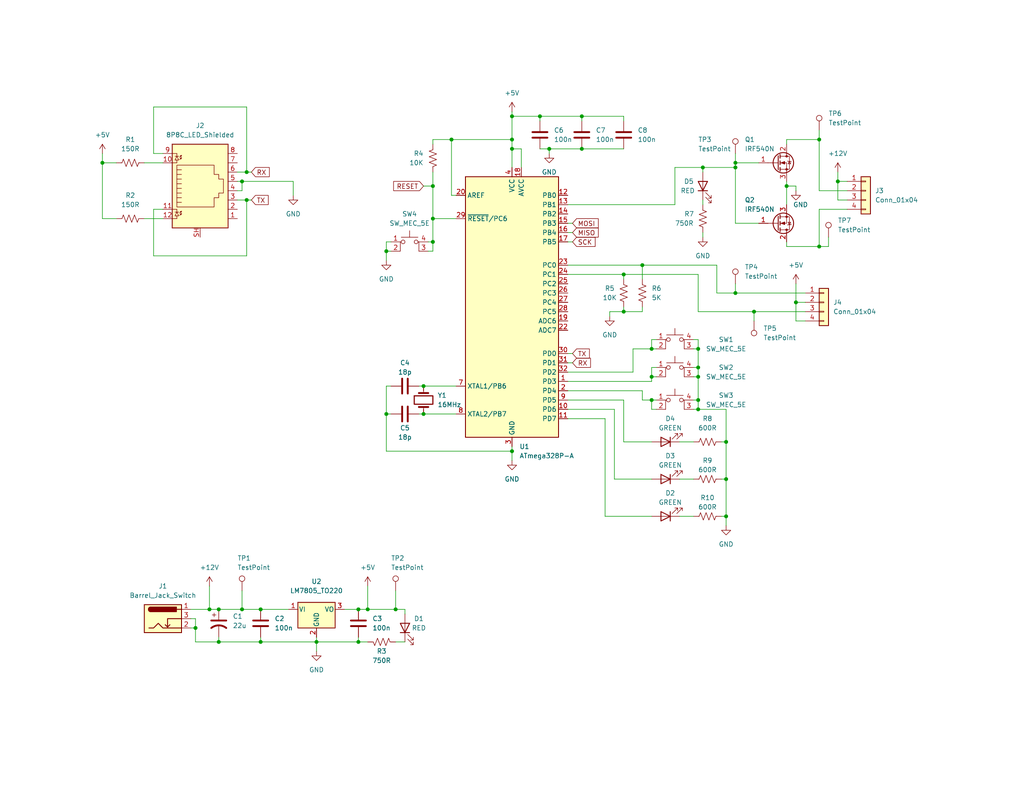
<source format=kicad_sch>
(kicad_sch (version 20211123) (generator eeschema)
  (paper "USLetter")
  (lib_symbols
    (symbol "Connector:8P8C_LED_Shielded" (pin_names (offset 1.016))
      (property "Reference" "J" (at -5.08 13.97 0))
      (property "Value" "8P8C_LED_Shielded" (at 1.27 13.97 0))
      (symbol "8P8C_LED_Shielded_0_1"
        (polyline (pts (xy -7.62 -7.62) (xy -6.35 -7.62)))
        (polyline (pts (xy -7.62 -5.08) (xy -6.35 -5.08)))
        (polyline (pts (xy -7.62 7.62) (xy -6.35 7.62)))
        (polyline (pts (xy -7.62 10.16) (xy -6.35 10.16)))
        (polyline (pts (xy -6.858 -5.842) (xy -5.842 -5.842)))
        (polyline (pts (xy -6.858 9.398) (xy -5.842 9.398)))
        (polyline (pts (xy -6.35 -7.62) (xy -6.35 -6.858)))
        (polyline (pts (xy -6.35 -5.08) (xy -6.35 -5.842)))
        (polyline (pts (xy -6.35 7.62) (xy -6.35 8.382)))
        (polyline (pts (xy -6.35 10.16) (xy -6.35 9.398)))
        (polyline (pts (xy -5.08 -6.223) (xy -5.207 -6.604)))
        (polyline (pts (xy -5.08 -5.588) (xy -5.207 -5.969)))
        (polyline (pts (xy -5.08 4.445) (xy -6.35 4.445)))
        (polyline (pts (xy -5.08 5.715) (xy -6.35 5.715)))
        (polyline (pts (xy -5.08 9.017) (xy -5.207 8.636)))
        (polyline (pts (xy -5.08 9.652) (xy -5.207 9.271)))
        (polyline (pts (xy -6.35 -3.175) (xy -5.08 -3.175) (xy -5.08 -3.175)))
        (polyline (pts (xy -6.35 -1.905) (xy -5.08 -1.905) (xy -5.08 -1.905)))
        (polyline (pts (xy -6.35 -0.635) (xy -5.08 -0.635) (xy -5.08 -0.635)))
        (polyline (pts (xy -6.35 0.635) (xy -5.08 0.635) (xy -5.08 0.635)))
        (polyline (pts (xy -6.35 1.905) (xy -5.08 1.905) (xy -5.08 1.905)))
        (polyline (pts (xy -5.588 -6.731) (xy -5.08 -6.223) (xy -5.461 -6.35)))
        (polyline (pts (xy -5.588 -6.096) (xy -5.08 -5.588) (xy -5.461 -5.715)))
        (polyline (pts (xy -5.588 8.509) (xy -5.08 9.017) (xy -5.461 8.89)))
        (polyline (pts (xy -5.588 9.144) (xy -5.08 9.652) (xy -5.461 9.525)))
        (polyline (pts (xy -5.08 3.175) (xy -6.35 3.175) (xy -6.35 3.175)))
        (polyline (pts (xy -6.35 -5.842) (xy -6.858 -6.858) (xy -5.842 -6.858) (xy -6.35 -5.842)))
        (polyline (pts (xy -6.35 9.398) (xy -6.858 8.382) (xy -5.842 8.382) (xy -6.35 9.398)))
        (polyline (pts (xy -6.35 -4.445) (xy -6.35 6.985) (xy 3.81 6.985) (xy 3.81 4.445) (xy 5.08 4.445) (xy 5.08 3.175) (xy 6.35 3.175) (xy 6.35 -0.635) (xy 5.08 -0.635) (xy 5.08 -1.905) (xy 3.81 -1.905) (xy 3.81 -4.445) (xy -6.35 -4.445) (xy -6.35 -4.445)))
        (rectangle (start 7.62 12.7) (end -7.62 -10.16) (stroke (width 0.254)) (fill (type background)))
      )
      (symbol "8P8C_LED_Shielded_1_1"
        (pin passive line (at 10.16 -7.62 180) (length 2.54) (name "~") (number "1"))
        (pin passive line (at -10.16 7.62 0) (length 2.54) (name "~") (number "10"))
        (pin passive line (at -10.16 -5.08 0) (length 2.54) (name "~") (number "11"))
        (pin passive line (at -10.16 -7.62 0) (length 2.54) (name "~") (number "12"))
        (pin passive line (at 10.16 -5.08 180) (length 2.54) (name "~") (number "2"))
        (pin passive line (at 10.16 -2.54 180) (length 2.54) (name "~") (number "3"))
        (pin passive line (at 10.16 0 180) (length 2.54) (name "~") (number "4"))
        (pin passive line (at 10.16 2.54 180) (length 2.54) (name "~") (number "5"))
        (pin passive line (at 10.16 5.08 180) (length 2.54) (name "~") (number "6"))
        (pin passive line (at 10.16 7.62 180) (length 2.54) (name "~") (number "7"))
        (pin passive line (at 10.16 10.16 180) (length 2.54) (name "~") (number "8"))
        (pin passive line (at -10.16 10.16 0) (length 2.54) (name "~") (number "9"))
        (pin passive line (at 0 -12.7 90) (length 2.54) (name "~") (number "SH"))
      )
    )
    (symbol "Connector:Barrel_Jack_Switch" (pin_names hide)
      (property "Reference" "J" (at 0 5.334 0))
      (property "Value" "Barrel_Jack_Switch" (at 0 -5.08 0))
      (symbol "Barrel_Jack_Switch_0_1"
        (rectangle (start -5.08 3.81) (end 5.08 -3.81) (stroke (width 0.254)) (fill (type background)))
        (arc (start -3.302 3.175) (mid -3.937 2.54) (end -3.302 1.905) (stroke (width 0.254)))
        (arc (start -3.302 3.175) (mid -3.937 2.54) (end -3.302 1.905) (stroke (width 0.254)) (fill (type outline)))
        (polyline (pts (xy 1.27 -2.286) (xy 1.905 -1.651)) (stroke (width 0.254)))
        (polyline (pts (xy 5.08 2.54) (xy 3.81 2.54)) (stroke (width 0.254)))
        (polyline (pts (xy 5.08 0) (xy 1.27 0) (xy 1.27 -2.286) (xy 0.635 -1.651)) (stroke (width 0.254)))
        (polyline (pts (xy -3.81 -2.54) (xy -2.54 -2.54) (xy -1.27 -1.27) (xy 0 -2.54) (xy 2.54 -2.54) (xy 5.08 -2.54)) (stroke (width 0.254)))
        (rectangle (start 3.683 3.175) (end -3.302 1.905) (stroke (width 0.254)) (fill (type outline)))
      )
      (symbol "Barrel_Jack_Switch_1_1"
        (pin passive line (at 7.62 2.54 180) (length 2.54) (name "~") (number "1"))
        (pin passive line (at 7.62 -2.54 180) (length 2.54) (name "~") (number "2"))
        (pin passive line (at 7.62 0 180) (length 2.54) (name "~") (number "3"))
      )
    )
    (symbol "Connector:TestPoint" (pin_numbers hide) (pin_names (offset 0.762) hide)
      (property "Reference" "TP" (at 0 6.858 0))
      (property "Value" "TestPoint" (at 0 5.08 0))
      (symbol "TestPoint_0_1"
        (circle (center 0 3.302) (radius 0.762))
      )
      (symbol "TestPoint_1_1"
        (pin passive line (at 0 0 90) (length 2.54) (name "1") (number "1"))
      )
    )
    (symbol "Connector_Generic:Conn_01x04" (pin_names (offset 1.016) hide)
      (property "Reference" "J" (at 0 5.08 0))
      (property "Value" "Conn_01x04" (at 0 -7.62 0))
      (symbol "Conn_01x04_1_1"
        (rectangle (start -1.27 -4.953) (end 0 -5.207) (stroke (width 0.1524)))
        (rectangle (start -1.27 -2.413) (end 0 -2.667) (stroke (width 0.1524)))
        (rectangle (start -1.27 0.127) (end 0 -0.127) (stroke (width 0.1524)))
        (rectangle (start -1.27 2.667) (end 0 2.413) (stroke (width 0.1524)))
        (rectangle (start -1.27 3.81) (end 1.27 -6.35) (stroke (width 0.254)) (fill (type background)))
        (pin passive line (at -5.08 2.54 0) (length 3.81) (name "Pin_1") (number "1"))
        (pin passive line (at -5.08 0 0) (length 3.81) (name "Pin_2") (number "2"))
        (pin passive line (at -5.08 -2.54 0) (length 3.81) (name "Pin_3") (number "3"))
        (pin passive line (at -5.08 -5.08 0) (length 3.81) (name "Pin_4") (number "4"))
      )
    )
    (symbol "Device:C" (pin_numbers hide) (pin_names (offset 0.254))
      (property "Reference" "C" (at 0.635 2.54 0))
      (property "Value" "C" (at 0.635 -2.54 0))
      (symbol "C_0_1"
        (polyline (pts (xy -2.032 -0.762) (xy 2.032 -0.762)) (stroke (width 0.508)))
        (polyline (pts (xy -2.032 0.762) (xy 2.032 0.762)) (stroke (width 0.508)))
      )
      (symbol "C_1_1"
        (pin passive line (at 0 3.81 270) (length 2.794) (name "~") (number "1"))
        (pin passive line (at 0 -3.81 90) (length 2.794) (name "~") (number "2"))
      )
    )
    (symbol "Device:C_Polarized_US" (pin_numbers hide) (pin_names (offset 0.254) hide)
      (property "Reference" "C" (at 0.635 2.54 0))
      (property "Value" "C_Polarized_US" (at 0.635 -2.54 0))
      (symbol "C_Polarized_US_0_1"
        (polyline (pts (xy -2.032 0.762) (xy 2.032 0.762)) (stroke (width 0.508)))
        (polyline (pts (xy -1.778 2.286) (xy -0.762 2.286)))
        (polyline (pts (xy -1.27 1.778) (xy -1.27 2.794)))
        (arc (start 2.032 -1.27) (mid 0 -0.5572) (end -2.032 -1.27) (stroke (width 0.508)))
      )
      (symbol "C_Polarized_US_1_1"
        (pin passive line (at 0 3.81 270) (length 2.794) (name "~") (number "1"))
        (pin passive line (at 0 -3.81 90) (length 3.302) (name "~") (number "2"))
      )
    )
    (symbol "Device:Crystal" (pin_numbers hide) (pin_names (offset 1.016) hide)
      (property "Reference" "Y" (at 0 3.81 0))
      (property "Value" "Crystal" (at 0 -3.81 0))
      (symbol "Crystal_0_1"
        (rectangle (start -1.143 2.54) (end 1.143 -2.54) (stroke (width 0.3048)))
        (polyline (pts (xy -2.54 0) (xy -1.905 0)))
        (polyline (pts (xy -1.905 -1.27) (xy -1.905 1.27)) (stroke (width 0.508)))
        (polyline (pts (xy 1.905 -1.27) (xy 1.905 1.27)) (stroke (width 0.508)))
        (polyline (pts (xy 2.54 0) (xy 1.905 0)))
      )
      (symbol "Crystal_1_1"
        (pin passive line (at -3.81 0 0) (length 1.27) (name "1") (number "1"))
        (pin passive line (at 3.81 0 180) (length 1.27) (name "2") (number "2"))
      )
    )
    (symbol "Device:LED" (pin_numbers hide) (pin_names (offset 1.016) hide)
      (property "Reference" "D" (at 0 2.54 0))
      (property "Value" "LED" (at 0 -2.54 0))
      (symbol "LED_0_1"
        (polyline (pts (xy -1.27 -1.27) (xy -1.27 1.27)) (stroke (width 0.254)))
        (polyline (pts (xy -1.27 0) (xy 1.27 0)))
        (polyline (pts (xy 1.27 -1.27) (xy 1.27 1.27) (xy -1.27 0) (xy 1.27 -1.27)) (stroke (width 0.254)))
        (polyline (pts (xy -3.048 -0.762) (xy -4.572 -2.286) (xy -3.81 -2.286) (xy -4.572 -2.286) (xy -4.572 -1.524)))
        (polyline (pts (xy -1.778 -0.762) (xy -3.302 -2.286) (xy -2.54 -2.286) (xy -3.302 -2.286) (xy -3.302 -1.524)))
      )
      (symbol "LED_1_1"
        (pin passive line (at -3.81 0 0) (length 2.54) (name "K") (number "1"))
        (pin passive line (at 3.81 0 180) (length 2.54) (name "A") (number "2"))
      )
    )
    (symbol "Device:R_US" (pin_numbers hide) (pin_names (offset 0))
      (property "Reference" "R" (at 2.54 0 90))
      (property "Value" "R_US" (at -2.54 0 90))
      (symbol "R_US_0_1"
        (polyline (pts (xy 0 -2.286) (xy 0 -2.54)))
        (polyline (pts (xy 0 2.286) (xy 0 2.54)))
        (polyline (pts (xy 0 -0.762) (xy 1.016 -1.143) (xy 0 -1.524) (xy -1.016 -1.905) (xy 0 -2.286)))
        (polyline (pts (xy 0 0.762) (xy 1.016 0.381) (xy 0 0) (xy -1.016 -0.381) (xy 0 -0.762)))
        (polyline (pts (xy 0 2.286) (xy 1.016 1.905) (xy 0 1.524) (xy -1.016 1.143) (xy 0 0.762)))
      )
      (symbol "R_US_1_1"
        (pin passive line (at 0 3.81 270) (length 1.27) (name "~") (number "1"))
        (pin passive line (at 0 -3.81 90) (length 1.27) (name "~") (number "2"))
      )
    )
    (symbol "MCU_Microchip_ATmega:ATmega328P-A"
      (property "Reference" "U1" (at 2.0194 -38.1 0))
      (property "Value" "ATmega328P-A" (at 2.0194 -40.64 0))
      (symbol "ATmega328P-A_0_1"
        (rectangle (start -12.7 -35.56) (end 12.7 35.56) (stroke (width 0.254)) (fill (type background)))
      )
      (symbol "ATmega328P-A_1_1"
        (pin bidirectional line (at 15.24 -20.32 180) (length 2.54) (name "PD3") (number "1"))
        (pin bidirectional line (at 15.24 -27.94 180) (length 2.54) (name "PD6") (number "10"))
        (pin bidirectional line (at 15.24 -30.48 180) (length 2.54) (name "PD7") (number "11"))
        (pin bidirectional line (at 15.24 30.48 180) (length 2.54) (name "PB0") (number "12"))
        (pin bidirectional line (at 15.24 27.94 180) (length 2.54) (name "PB1") (number "13"))
        (pin bidirectional line (at 15.24 25.4 180) (length 2.54) (name "PB2") (number "14"))
        (pin bidirectional line (at 15.24 22.86 180) (length 2.54) (name "PB3") (number "15"))
        (pin bidirectional line (at 15.24 20.32 180) (length 2.54) (name "PB4") (number "16"))
        (pin bidirectional line (at 15.24 17.78 180) (length 2.54) (name "PB5") (number "17"))
        (pin power_in line (at 2.54 38.1 270) (length 2.54) (name "AVCC") (number "18"))
        (pin input line (at 15.24 -3.81 180) (length 2.54) (name "ADC6") (number "19"))
        (pin bidirectional line (at 15.24 -22.86 180) (length 2.54) (name "PD4") (number "2"))
        (pin passive line (at -15.24 30.48 0) (length 2.54) (name "AREF") (number "20"))
        (pin passive line (at 0 -38.1 90) (length 2.54) hide (name "GND") (number "21"))
        (pin input line (at 15.24 -6.35 180) (length 2.54) (name "ADC7") (number "22"))
        (pin bidirectional line (at 15.24 11.43 180) (length 2.54) (name "PC0") (number "23"))
        (pin bidirectional line (at 15.24 8.89 180) (length 2.54) (name "PC1") (number "24"))
        (pin bidirectional line (at 15.24 6.35 180) (length 2.54) (name "PC2") (number "25"))
        (pin bidirectional line (at 15.24 3.81 180) (length 2.54) (name "PC3") (number "26"))
        (pin bidirectional line (at 15.24 1.27 180) (length 2.54) (name "PC4") (number "27"))
        (pin bidirectional line (at 15.24 -1.27 180) (length 2.54) (name "PC5") (number "28"))
        (pin bidirectional line (at -15.24 24.13 0) (length 2.54) (name "~{RESET}/PC6") (number "29"))
        (pin power_in line (at 0 -38.1 90) (length 2.54) (name "GND") (number "3"))
        (pin bidirectional line (at 15.24 -12.7 180) (length 2.54) (name "PD0") (number "30"))
        (pin bidirectional line (at 15.24 -15.24 180) (length 2.54) (name "PD1") (number "31"))
        (pin bidirectional line (at 15.24 -17.78 180) (length 2.54) (name "PD2") (number "32"))
        (pin power_in line (at 0 38.1 270) (length 2.54) (name "VCC") (number "4"))
        (pin passive line (at 0 -38.1 90) (length 2.54) hide (name "GND") (number "5"))
        (pin passive line (at 0 38.1 270) (length 2.54) hide (name "VCC") (number "6"))
        (pin bidirectional line (at -15.24 -21.59 0) (length 2.54) (name "XTAL1/PB6") (number "7"))
        (pin bidirectional line (at -15.24 -29.21 0) (length 2.54) (name "XTAL2/PB7") (number "8"))
        (pin bidirectional line (at 15.24 -25.4 180) (length 2.54) (name "PD5") (number "9"))
      )
    )
    (symbol "Regulator_Linear:LM7805_TO220" (pin_names (offset 0.254))
      (property "Reference" "U" (at -3.81 3.175 0))
      (property "Value" "LM7805_TO220" (at 0 3.175 0))
      (symbol "LM7805_TO220_0_1"
        (rectangle (start -5.08 1.905) (end 5.08 -5.08) (stroke (width 0.254)) (fill (type background)))
      )
      (symbol "LM7805_TO220_1_1"
        (pin power_in line (at -7.62 0 0) (length 2.54) (name "VI") (number "1"))
        (pin power_in line (at 0 -7.62 90) (length 2.54) (name "GND") (number "2"))
        (pin power_out line (at 7.62 0 180) (length 2.54) (name "VO") (number "3"))
      )
    )
    (symbol "Switch:SW_MEC_5E" (pin_names (offset 1.016) hide)
      (property "Reference" "SW" (at 0.635 5.715 0))
      (property "Value" "SW_MEC_5E" (at 0 -3.175 0))
      (symbol "SW_MEC_5E_0_1"
        (circle (center -1.778 2.54) (radius 0.508))
        (polyline (pts (xy -2.286 3.81) (xy 2.286 3.81)))
        (polyline (pts (xy 0 3.81) (xy 0 5.588)))
        (polyline (pts (xy -2.54 0) (xy -2.54 2.54) (xy -2.286 2.54)))
        (polyline (pts (xy 2.54 0) (xy 2.54 2.54) (xy 2.286 2.54)))
        (circle (center 1.778 2.54) (radius 0.508))
        (pin passive line (at -5.08 2.54 0) (length 2.54) (name "1") (number "1"))
        (pin passive line (at -5.08 0 0) (length 2.54) (name "2") (number "2"))
        (pin passive line (at 5.08 0 180) (length 2.54) (name "K") (number "3"))
        (pin passive line (at 5.08 2.54 180) (length 2.54) (name "A") (number "4"))
      )
    )
    (symbol "Transistor_FET:IRF540N" (pin_names hide)
      (property "Reference" "Q" (at 6.35 1.905 0))
      (property "Value" "IRF540N" (at 6.35 0 0))
      (symbol "IRF540N_0_1"
        (polyline (pts (xy 0.254 0) (xy -2.54 0)))
        (polyline (pts (xy 0.254 1.905) (xy 0.254 -1.905)) (stroke (width 0.254)))
        (polyline (pts (xy 0.762 -1.27) (xy 0.762 -2.286)) (stroke (width 0.254)))
        (polyline (pts (xy 0.762 0.508) (xy 0.762 -0.508)) (stroke (width 0.254)))
        (polyline (pts (xy 0.762 2.286) (xy 0.762 1.27)) (stroke (width 0.254)))
        (polyline (pts (xy 2.54 2.54) (xy 2.54 1.778)))
        (polyline (pts (xy 2.54 -2.54) (xy 2.54 0) (xy 0.762 0)))
        (polyline (pts (xy 0.762 -1.778) (xy 3.302 -1.778) (xy 3.302 1.778) (xy 0.762 1.778)))
        (polyline (pts (xy 1.016 0) (xy 2.032 0.381) (xy 2.032 -0.381) (xy 1.016 0)) (fill (type outline)))
        (polyline (pts (xy 2.794 0.508) (xy 2.921 0.381) (xy 3.683 0.381) (xy 3.81 0.254)))
        (polyline (pts (xy 3.302 0.381) (xy 2.921 -0.254) (xy 3.683 -0.254) (xy 3.302 0.381)))
        (circle (center 1.651 0) (radius 2.794) (stroke (width 0.254)))
        (circle (center 2.54 -1.778) (radius 0.254) (fill (type outline)))
        (circle (center 2.54 1.778) (radius 0.254) (fill (type outline)))
      )
      (symbol "IRF540N_1_1"
        (pin input line (at -5.08 0 0) (length 2.54) (name "G") (number "1"))
        (pin passive line (at 2.54 5.08 270) (length 2.54) (name "D") (number "2"))
        (pin passive line (at 2.54 -5.08 90) (length 2.54) (name "S") (number "3"))
      )
    )
    (symbol "power:+12V" (power) (pin_names (offset 0))
      (property "Value" "+12V" (at 0 3.556 0))
      (symbol "+12V_0_1"
        (polyline (pts (xy -0.762 1.27) (xy 0 2.54)))
        (polyline (pts (xy 0 0) (xy 0 2.54)))
        (polyline (pts (xy 0 2.54) (xy 0.762 1.27)))
      )
      (symbol "+12V_1_1"
        (pin power_in line (at 0 0 90) (length 0) hide (name "+12V") (number "1"))
      )
    )
    (symbol "power:+5V" (power) (pin_names (offset 0))
      (property "Value" "+5V" (at 0 3.556 0))
      (symbol "+5V_0_1"
        (polyline (pts (xy -0.762 1.27) (xy 0 2.54)))
        (polyline (pts (xy 0 0) (xy 0 2.54)))
        (polyline (pts (xy 0 2.54) (xy 0.762 1.27)))
      )
      (symbol "+5V_1_1"
        (pin power_in line (at 0 0 90) (length 0) hide (name "+5V") (number "1"))
      )
    )
    (symbol "power:GND" (power) (pin_names (offset 0))
      (property "Value" "GND" (at 0 -3.81 0))
      (symbol "GND_0_1"
        (polyline (pts (xy 0 0) (xy 0 -1.27) (xy 1.27 -1.27) (xy 0 -2.54) (xy -1.27 -1.27) (xy 0 -1.27)))
      )
      (symbol "GND_1_1"
        (pin power_in line (at 0 0 270) (length 0) hide (name "GND") (number "1"))
      )
    )
  )
  (junction (at 200.66 80.01))
  (junction (at 170.18 74.93))
  (junction (at 190.5 111.76))
  (junction (at 158.75 40.64))
  (junction (at 190.5 102.87))
  (junction (at 115.57 113.03))
  (junction (at 158.75 31.75))
  (junction (at 115.57 105.41))
  (junction (at 191.77 45.72))
  (junction (at 190.5 109.22))
  (junction (at 198.12 140.97))
  (junction (at 57.15 166.37))
  (junction (at 118.11 59.69))
  (junction (at 223.52 67.31))
  (junction (at 170.18 85.09))
  (junction (at 67.31 54.61))
  (junction (at 228.6 49.53))
  (junction (at 59.69 175.26))
  (junction (at 105.41 113.03))
  (junction (at 105.41 68.58))
  (junction (at 118.11 66.04))
  (junction (at 139.7 40.64))
  (junction (at 198.12 130.81))
  (junction (at 177.8 109.22))
  (junction (at 118.11 50.8))
  (junction (at 66.04 49.53))
  (junction (at 175.26 72.39))
  (junction (at 59.69 166.37))
  (junction (at 149.86 40.64))
  (junction (at 190.5 100.33))
  (junction (at 71.12 175.26))
  (junction (at 66.04 166.37))
  (junction (at 139.7 123.19))
  (junction (at 200.66 44.45))
  (junction (at 198.12 120.65))
  (junction (at 205.74 85.09))
  (junction (at 97.79 166.37))
  (junction (at 100.33 166.37))
  (junction (at 217.17 82.55))
  (junction (at 139.7 38.1))
  (junction (at 71.12 166.37))
  (junction (at 177.8 102.87))
  (junction (at 107.95 166.37))
  (junction (at 214.63 50.8))
  (junction (at 223.52 38.1))
  (junction (at 67.31 46.99))
  (junction (at 97.79 175.26))
  (junction (at 123.19 38.1))
  (junction (at 27.94 44.45))
  (junction (at 139.7 31.75))
  (junction (at 53.34 171.45))
  (junction (at 177.8 95.25))
  (junction (at 147.32 31.75))
  (junction (at 86.36 175.26))
  (junction (at 200.66 45.72))
  (junction (at 190.5 95.25))
  (wire (pts (xy 123.19 53.34) (xy 123.19 38.1)))
  (wire (pts (xy 80.01 49.53) (xy 66.04 49.53)))
  (wire (pts (xy 80.01 53.34) (xy 80.01 49.53)))
  (wire (pts (xy 118.11 68.58) (xy 118.11 66.04)))
  (wire (pts (xy 196.85 130.81) (xy 198.12 130.81)))
  (wire (pts (xy 64.77 49.53) (xy 66.04 49.53)))
  (wire (pts (xy 226.06 67.31) (xy 223.52 67.31)))
  (wire (pts (xy 198.12 120.65) (xy 198.12 130.81)))
  (wire (pts (xy 115.57 105.41) (xy 124.46 105.41)))
  (wire (pts (xy 110.49 166.37) (xy 107.95 166.37)))
  (wire (pts (xy 41.91 57.15) (xy 44.45 57.15)))
  (wire (pts (xy 118.11 59.69) (xy 118.11 50.8)))
  (wire (pts (xy 114.3 105.41) (xy 115.57 105.41)))
  (wire (pts (xy 71.12 175.26) (xy 86.36 175.26)))
  (wire (pts (xy 175.26 109.22) (xy 177.8 109.22)))
  (wire (pts (xy 66.04 166.37) (xy 71.12 166.37)))
  (wire (pts (xy 106.68 68.58) (xy 105.41 68.58)))
  (wire (pts (xy 214.63 66.04) (xy 214.63 67.31)))
  (wire (pts (xy 175.26 85.09) (xy 170.18 85.09)))
  (wire (pts (xy 118.11 50.8) (xy 118.11 46.99)))
  (wire (pts (xy 189.23 109.22) (xy 190.5 109.22)))
  (wire (pts (xy 170.18 74.93) (xy 170.18 76.2)))
  (wire (pts (xy 149.86 40.64) (xy 149.86 41.91)))
  (wire (pts (xy 154.94 106.68) (xy 175.26 106.68)))
  (wire (pts (xy 154.94 72.39) (xy 175.26 72.39)))
  (wire (pts (xy 156.21 63.5) (xy 154.94 63.5)))
  (wire (pts (xy 116.84 66.04) (xy 118.11 66.04)))
  (wire (pts (xy 179.07 111.76) (xy 177.8 111.76)))
  (wire (pts (xy 139.7 31.75) (xy 147.32 31.75)))
  (wire (pts (xy 142.24 40.64) (xy 139.7 40.64)))
  (wire (pts (xy 67.31 46.99) (xy 67.31 29.21)))
  (wire (pts (xy 100.33 166.37) (xy 97.79 166.37)))
  (wire (pts (xy 31.75 44.45) (xy 27.94 44.45)))
  (wire (pts (xy 53.34 175.26) (xy 59.69 175.26)))
  (wire (pts (xy 172.72 101.6) (xy 172.72 95.25)))
  (wire (pts (xy 158.75 40.64) (xy 170.18 40.64)))
  (wire (pts (xy 86.36 175.26) (xy 86.36 173.99)))
  (wire (pts (xy 124.46 53.34) (xy 123.19 53.34)))
  (wire (pts (xy 190.5 109.22) (xy 190.5 111.76)))
  (wire (pts (xy 116.84 68.58) (xy 118.11 68.58)))
  (wire (pts (xy 154.94 55.88) (xy 184.15 55.88)))
  (wire (pts (xy 223.52 38.1) (xy 223.52 52.07)))
  (wire (pts (xy 149.86 40.64) (xy 158.75 40.64)))
  (wire (pts (xy 198.12 111.76) (xy 198.12 120.65)))
  (wire (pts (xy 190.5 95.25) (xy 190.5 100.33)))
  (wire (pts (xy 200.66 60.96) (xy 207.01 60.96)))
  (wire (pts (xy 170.18 109.22) (xy 170.18 120.65)))
  (wire (pts (xy 68.58 54.61) (xy 67.31 54.61)))
  (wire (pts (xy 205.74 85.09) (xy 205.74 87.63)))
  (wire (pts (xy 105.41 68.58) (xy 105.41 71.12)))
  (wire (pts (xy 139.7 30.48) (xy 139.7 31.75)))
  (wire (pts (xy 147.32 31.75) (xy 147.32 33.02)))
  (wire (pts (xy 67.31 54.61) (xy 64.77 54.61)))
  (wire (pts (xy 114.3 113.03) (xy 115.57 113.03)))
  (wire (pts (xy 118.11 39.37) (xy 118.11 38.1)))
  (wire (pts (xy 107.95 175.26) (xy 110.49 175.26)))
  (wire (pts (xy 214.63 50.8) (xy 217.17 50.8)))
  (wire (pts (xy 158.75 31.75) (xy 170.18 31.75)))
  (wire (pts (xy 175.26 72.39) (xy 175.26 76.2)))
  (wire (pts (xy 228.6 54.61) (xy 231.14 54.61)))
  (wire (pts (xy 185.42 120.65) (xy 189.23 120.65)))
  (wire (pts (xy 123.19 38.1) (xy 139.7 38.1)))
  (wire (pts (xy 196.85 120.65) (xy 198.12 120.65)))
  (wire (pts (xy 154.94 109.22) (xy 170.18 109.22)))
  (wire (pts (xy 66.04 52.07) (xy 64.77 52.07)))
  (wire (pts (xy 190.5 102.87) (xy 190.5 109.22)))
  (wire (pts (xy 39.37 59.69) (xy 44.45 59.69)))
  (wire (pts (xy 200.66 80.01) (xy 219.71 80.01)))
  (wire (pts (xy 53.34 171.45) (xy 52.07 171.45)))
  (wire (pts (xy 214.63 39.37) (xy 214.63 38.1)))
  (wire (pts (xy 179.07 100.33) (xy 177.8 100.33)))
  (wire (pts (xy 105.41 66.04) (xy 105.41 68.58)))
  (wire (pts (xy 52.07 168.91) (xy 53.34 168.91)))
  (wire (pts (xy 184.15 45.72) (xy 191.77 45.72)))
  (wire (pts (xy 97.79 175.26) (xy 86.36 175.26)))
  (wire (pts (xy 139.7 121.92) (xy 139.7 123.19)))
  (wire (pts (xy 223.52 35.56) (xy 223.52 38.1)))
  (wire (pts (xy 139.7 31.75) (xy 139.7 38.1)))
  (wire (pts (xy 198.12 140.97) (xy 196.85 140.97)))
  (wire (pts (xy 223.52 52.07) (xy 231.14 52.07)))
  (wire (pts (xy 228.6 49.53) (xy 228.6 54.61)))
  (wire (pts (xy 154.94 74.93) (xy 170.18 74.93)))
  (wire (pts (xy 156.21 60.96) (xy 154.94 60.96)))
  (wire (pts (xy 200.66 45.72) (xy 200.66 60.96)))
  (wire (pts (xy 223.52 67.31) (xy 223.52 57.15)))
  (wire (pts (xy 205.74 85.09) (xy 219.71 85.09)))
  (wire (pts (xy 154.94 101.6) (xy 172.72 101.6)))
  (wire (pts (xy 228.6 49.53) (xy 231.14 49.53)))
  (wire (pts (xy 189.23 95.25) (xy 190.5 95.25)))
  (wire (pts (xy 190.5 85.09) (xy 205.74 85.09)))
  (wire (pts (xy 118.11 59.69) (xy 124.46 59.69)))
  (wire (pts (xy 86.36 175.26) (xy 86.36 177.8)))
  (wire (pts (xy 27.94 44.45) (xy 27.94 41.91)))
  (wire (pts (xy 189.23 111.76) (xy 190.5 111.76)))
  (wire (pts (xy 177.8 102.87) (xy 177.8 104.14)))
  (wire (pts (xy 68.58 46.99) (xy 67.31 46.99)))
  (wire (pts (xy 156.21 96.52) (xy 154.94 96.52)))
  (wire (pts (xy 67.31 46.99) (xy 64.77 46.99)))
  (wire (pts (xy 214.63 50.8) (xy 214.63 55.88)))
  (wire (pts (xy 110.49 167.64) (xy 110.49 166.37)))
  (wire (pts (xy 214.63 67.31) (xy 223.52 67.31)))
  (wire (pts (xy 66.04 161.29) (xy 66.04 166.37)))
  (wire (pts (xy 139.7 123.19) (xy 139.7 125.73)))
  (wire (pts (xy 165.1 114.3) (xy 165.1 140.97)))
  (wire (pts (xy 177.8 100.33) (xy 177.8 102.87)))
  (wire (pts (xy 191.77 55.88) (xy 191.77 54.61)))
  (wire (pts (xy 100.33 166.37) (xy 107.95 166.37)))
  (wire (pts (xy 118.11 38.1) (xy 123.19 38.1)))
  (wire (pts (xy 167.64 130.81) (xy 177.8 130.81)))
  (wire (pts (xy 190.5 85.09) (xy 190.5 74.93)))
  (wire (pts (xy 154.94 104.14) (xy 177.8 104.14)))
  (wire (pts (xy 57.15 160.02) (xy 57.15 166.37)))
  (wire (pts (xy 177.8 102.87) (xy 179.07 102.87)))
  (wire (pts (xy 190.5 111.76) (xy 198.12 111.76)))
  (wire (pts (xy 52.07 166.37) (xy 57.15 166.37)))
  (wire (pts (xy 175.26 83.82) (xy 175.26 85.09)))
  (wire (pts (xy 100.33 160.02) (xy 100.33 166.37)))
  (wire (pts (xy 184.15 45.72) (xy 184.15 55.88)))
  (wire (pts (xy 39.37 44.45) (xy 44.45 44.45)))
  (wire (pts (xy 195.58 80.01) (xy 200.66 80.01)))
  (wire (pts (xy 67.31 69.85) (xy 41.91 69.85)))
  (wire (pts (xy 158.75 31.75) (xy 158.75 33.02)))
  (wire (pts (xy 226.06 64.77) (xy 226.06 67.31)))
  (wire (pts (xy 191.77 63.5) (xy 191.77 64.77)))
  (wire (pts (xy 189.23 102.87) (xy 190.5 102.87)))
  (wire (pts (xy 217.17 87.63) (xy 217.17 82.55)))
  (wire (pts (xy 97.79 175.26) (xy 100.33 175.26)))
  (wire (pts (xy 185.42 130.81) (xy 189.23 130.81)))
  (wire (pts (xy 147.32 31.75) (xy 158.75 31.75)))
  (wire (pts (xy 31.75 59.69) (xy 27.94 59.69)))
  (wire (pts (xy 214.63 38.1) (xy 223.52 38.1)))
  (wire (pts (xy 105.41 105.41) (xy 105.41 113.03)))
  (wire (pts (xy 198.12 130.81) (xy 198.12 140.97)))
  (wire (pts (xy 147.32 40.64) (xy 149.86 40.64)))
  (wire (pts (xy 165.1 140.97) (xy 177.8 140.97)))
  (wire (pts (xy 198.12 143.51) (xy 198.12 140.97)))
  (wire (pts (xy 200.66 45.72) (xy 200.66 44.45)))
  (wire (pts (xy 142.24 45.72) (xy 142.24 40.64)))
  (wire (pts (xy 27.94 59.69) (xy 27.94 44.45)))
  (wire (pts (xy 154.94 111.76) (xy 167.64 111.76)))
  (wire (pts (xy 219.71 87.63) (xy 217.17 87.63)))
  (wire (pts (xy 107.95 161.29) (xy 107.95 166.37)))
  (wire (pts (xy 191.77 45.72) (xy 200.66 45.72)))
  (wire (pts (xy 106.68 105.41) (xy 105.41 105.41)))
  (wire (pts (xy 97.79 173.99) (xy 97.79 175.26)))
  (wire (pts (xy 166.37 86.36) (xy 166.37 85.09)))
  (wire (pts (xy 67.31 54.61) (xy 67.31 69.85)))
  (wire (pts (xy 57.15 166.37) (xy 59.69 166.37)))
  (wire (pts (xy 200.66 77.47) (xy 200.66 80.01)))
  (wire (pts (xy 105.41 113.03) (xy 105.41 123.19)))
  (wire (pts (xy 170.18 120.65) (xy 177.8 120.65)))
  (wire (pts (xy 41.91 29.21) (xy 41.91 41.91)))
  (wire (pts (xy 53.34 171.45) (xy 53.34 175.26)))
  (wire (pts (xy 139.7 38.1) (xy 139.7 40.64)))
  (wire (pts (xy 191.77 45.72) (xy 191.77 46.99)))
  (wire (pts (xy 105.41 123.19) (xy 139.7 123.19)))
  (wire (pts (xy 71.12 166.37) (xy 78.74 166.37)))
  (wire (pts (xy 214.63 49.53) (xy 214.63 50.8)))
  (wire (pts (xy 175.26 106.68) (xy 175.26 109.22)))
  (wire (pts (xy 106.68 66.04) (xy 105.41 66.04)))
  (wire (pts (xy 177.8 109.22) (xy 179.07 109.22)))
  (wire (pts (xy 53.34 168.91) (xy 53.34 171.45)))
  (wire (pts (xy 59.69 166.37) (xy 66.04 166.37)))
  (wire (pts (xy 170.18 85.09) (xy 170.18 83.82)))
  (wire (pts (xy 177.8 111.76) (xy 177.8 109.22)))
  (wire (pts (xy 41.91 41.91) (xy 44.45 41.91)))
  (wire (pts (xy 172.72 95.25) (xy 177.8 95.25)))
  (wire (pts (xy 154.94 114.3) (xy 165.1 114.3)))
  (wire (pts (xy 185.42 140.97) (xy 189.23 140.97)))
  (wire (pts (xy 59.69 173.99) (xy 59.69 175.26)))
  (wire (pts (xy 175.26 72.39) (xy 195.58 72.39)))
  (wire (pts (xy 179.07 95.25) (xy 177.8 95.25)))
  (wire (pts (xy 66.04 49.53) (xy 66.04 52.07)))
  (wire (pts (xy 190.5 95.25) (xy 190.5 92.71)))
  (wire (pts (xy 200.66 44.45) (xy 207.01 44.45)))
  (wire (pts (xy 67.31 29.21) (xy 41.91 29.21)))
  (wire (pts (xy 170.18 31.75) (xy 170.18 33.02)))
  (wire (pts (xy 156.21 66.04) (xy 154.94 66.04)))
  (wire (pts (xy 200.66 41.91) (xy 200.66 44.45)))
  (wire (pts (xy 105.41 113.03) (xy 106.68 113.03)))
  (wire (pts (xy 59.69 175.26) (xy 71.12 175.26)))
  (wire (pts (xy 223.52 57.15) (xy 231.14 57.15)))
  (wire (pts (xy 118.11 66.04) (xy 118.11 59.69)))
  (wire (pts (xy 190.5 74.93) (xy 170.18 74.93)))
  (wire (pts (xy 177.8 95.25) (xy 177.8 92.71)))
  (wire (pts (xy 166.37 85.09) (xy 170.18 85.09)))
  (wire (pts (xy 195.58 72.39) (xy 195.58 80.01)))
  (wire (pts (xy 71.12 175.26) (xy 71.12 173.99)))
  (wire (pts (xy 217.17 50.8) (xy 217.17 52.07)))
  (wire (pts (xy 156.21 99.06) (xy 154.94 99.06)))
  (wire (pts (xy 167.64 111.76) (xy 167.64 130.81)))
  (wire (pts (xy 228.6 46.99) (xy 228.6 49.53)))
  (wire (pts (xy 93.98 166.37) (xy 97.79 166.37)))
  (wire (pts (xy 217.17 77.47) (xy 217.17 82.55)))
  (wire (pts (xy 190.5 100.33) (xy 190.5 102.87)))
  (wire (pts (xy 189.23 92.71) (xy 190.5 92.71)))
  (wire (pts (xy 177.8 92.71) (xy 179.07 92.71)))
  (wire (pts (xy 217.17 82.55) (xy 219.71 82.55)))
  (wire (pts (xy 189.23 100.33) (xy 190.5 100.33)))
  (wire (pts (xy 139.7 40.64) (xy 139.7 45.72)))
  (wire (pts (xy 115.57 50.8) (xy 118.11 50.8)))
  (wire (pts (xy 115.57 113.03) (xy 124.46 113.03)))
  (wire (pts (xy 41.91 69.85) (xy 41.91 57.15)))
  (global_label "RX" (shape input) (at 156.21 99.06 0) (property "Intersheet References" "${INTERSHEET_REFS}" (effects hide)))
  (global_label "MOSI" (shape input) (at 156.21 60.96 0) (property "Intersheet References" "${INTERSHEET_REFS}" (effects hide)))
  (global_label "SCK" (shape input) (at 156.21 66.04 0) (property "Intersheet References" "${INTERSHEET_REFS}" (effects hide)))
  (global_label "MISO" (shape input) (at 156.21 63.5 0) (property "Intersheet References" "${INTERSHEET_REFS}" (effects hide)))
  (global_label "RESET" (shape input) (at 115.57 50.8 180) (property "Intersheet References" "${INTERSHEET_REFS}" (effects hide)))
  (global_label "RX" (shape input) (at 68.58 46.99 0) (property "Intersheet References" "${INTERSHEET_REFS}" (effects hide)))
  (global_label "TX" (shape input) (at 156.21 96.52 0) (property "Intersheet References" "${INTERSHEET_REFS}" (effects hide)))
  (global_label "TX" (shape input) (at 68.58 54.61 0) (property "Intersheet References" "${INTERSHEET_REFS}" (effects hide)))
  (symbol (lib_id "power:GND") (at 105.41 71.12 0) (unit 1)
    (property "Reference" "#PWR0113" (effects hide))
    (property "Value" "GND" (at 105.41 76.2 0))
  )
  (symbol (lib_id "Device:R_US") (at 104.14 175.26 270) (mirror x) (unit 1)
    (property "Reference" "R3" (at 104.14 177.8 90))
    (property "Value" "750R" (at 104.14 180.34 90))
    (property "Footprint" "Resistor_SMD:R_0603_1608Metric_Pad0.98x0.95mm_HandSolder" (effects hide))
  )
  (symbol (lib_id "Device:R_US") (at 35.56 59.69 90) (unit 1)
    (property "Reference" "R2" (at 35.56 53.34 90))
    (property "Value" "150R" (at 35.56 55.88 90))
    (property "Footprint" "Resistor_SMD:R_0603_1608Metric_Pad0.98x0.95mm_HandSolder" (effects hide))
  )
  (symbol (lib_id "Connector:TestPoint") (at 107.95 161.29 0) (unit 1)
    (property "Reference" "TP2" (at 106.68 152.4 0) (effects (justify left)))
    (property "Value" "TestPoint" (at 106.68 154.94 0) (effects (justify left)))
    (property "Footprint" "TestPoint:TestPoint_Pad_D1.5mm" (effects hide))
  )
  (symbol (lib_id "Switch:SW_MEC_5E") (at 184.15 102.87 0) (unit 1)
    (property "Reference" "SW2" (at 198.12 100.33 0))
    (property "Value" "SW_MEC_5E" (at 198.12 102.87 0))
    (property "Footprint" "Personal:SW_PUSH_6mm_H5mm_4pin" (effects hide))
    (property "Datasheet" "http://www.apem.com/int/index.php?controller=attachment&id_attachment=1371" (effects hide))
  )
  (symbol (lib_id "power:GND") (at 191.77 64.77 0) (unit 1)
    (property "Reference" "#PWR0109" (effects hide))
    (property "Value" "GND" (at 191.77 69.85 0))
  )
  (symbol (lib_id "Device:R_US") (at 193.04 130.81 90) (unit 1)
    (property "Reference" "R9" (at 193.04 125.73 90))
    (property "Value" "600R" (at 193.04 128.27 90))
    (property "Footprint" "Resistor_SMD:R_0603_1608Metric_Pad0.98x0.95mm_HandSolder" (effects hide))
  )
  (symbol (lib_id "Switch:SW_MEC_5E") (at 111.76 68.58 0) (unit 1)
    (property "Reference" "SW4" (at 111.76 58.42 0))
    (property "Value" "SW_MEC_5E" (at 111.76 60.96 0))
    (property "Footprint" "Personal:SW_PUSH_6mm_H5mm_4pin" (effects hide))
    (property "Datasheet" "http://www.apem.com/int/index.php?controller=attachment&id_attachment=1371" (effects hide))
  )
  (symbol (lib_id "power:+5V") (at 27.94 41.91 0) (unit 1)
    (property "Reference" "#PWR0115" (effects hide))
    (property "Value" "+5V" (at 27.94 36.83 0))
  )
  (symbol (lib_id "Connector:TestPoint") (at 66.04 161.29 0) (unit 1)
    (property "Reference" "TP1" (at 64.77 152.4 0) (effects (justify left)))
    (property "Value" "TestPoint" (at 64.77 154.94 0) (effects (justify left)))
    (property "Footprint" "TestPoint:TestPoint_Pad_D1.5mm" (effects hide))
  )
  (symbol (lib_id "Regulator_Linear:LM7805_TO220") (at 86.36 166.37 0) (unit 1)
    (property "Reference" "U2" (at 86.36 158.75 0))
    (property "Value" "LM7805_TO220" (at 86.36 161.29 0))
    (property "Footprint" "Package_TO_SOT_THT:TO-220-3_Vertical" (effects hide))
    (property "Datasheet" "https://www.onsemi.cn/PowerSolutions/document/MC7800-D.PDF" (effects hide))
  )
  (symbol (lib_id "Connector_Generic:Conn_01x04") (at 224.79 82.55 0) (unit 1)
    (property "Reference" "J4" (at 227.33 82.5499 0) (effects (justify left)))
    (property "Value" "Conn_01x04" (at 227.33 85.0899 0) (effects (justify left)))
    (property "Footprint" "TerminalBlock_Phoenix:TerminalBlock_Phoenix_MKDS-1,5-4-5.08_1x04_P5.08mm_Horizontal" (effects hide))
  )
  (symbol (lib_id "power:+5V") (at 217.17 77.47 0) (unit 1)
    (property "Reference" "#PWR0110" (effects hide))
    (property "Value" "+5V" (at 217.17 72.39 0))
  )
  (symbol (lib_id "power:GND") (at 80.01 53.34 0) (unit 1)
    (property "Reference" "#PWR0114" (effects hide))
    (property "Value" "GND" (at 80.01 58.42 0))
  )
  (symbol (lib_id "Device:R_US") (at 118.11 43.18 0) (mirror x) (unit 1)
    (property "Reference" "R4" (at 115.57 41.9099 0) (effects (justify right)))
    (property "Value" "10K" (at 115.57 44.4499 0) (effects (justify right)))
    (property "Footprint" "Resistor_SMD:R_0603_1608Metric_Pad0.98x0.95mm_HandSolder" (effects hide))
  )
  (symbol (lib_id "Device:C") (at 110.49 105.41 90) (unit 1)
    (property "Reference" "C4" (at 110.49 99.06 90))
    (property "Value" "18p" (at 110.49 101.6 90))
    (property "Footprint" "Capacitor_SMD:C_0603_1608Metric_Pad1.08x0.95mm_HandSolder" (effects hide))
  )
  (symbol (lib_id "Device:C") (at 71.12 170.18 0) (unit 1)
    (property "Reference" "C2" (at 74.93 168.9099 0) (effects (justify left)))
    (property "Value" "100n" (at 74.93 171.4499 0) (effects (justify left)))
    (property "Footprint" "Capacitor_SMD:C_0603_1608Metric_Pad1.08x0.95mm_HandSolder" (effects hide))
  )
  (symbol (lib_id "Device:C") (at 158.75 36.83 0) (unit 1)
    (property "Reference" "C7" (at 162.56 35.5599 0) (effects (justify left)))
    (property "Value" "100n" (at 162.56 38.0999 0) (effects (justify left)))
    (property "Footprint" "Capacitor_SMD:C_0603_1608Metric_Pad1.08x0.95mm_HandSolder" (effects hide))
  )
  (symbol (lib_id "Device:R_US") (at 175.26 80.01 0) (unit 1)
    (property "Reference" "R6" (at 177.8 78.7399 0) (effects (justify left)))
    (property "Value" "5K" (at 177.8 81.2799 0) (effects (justify left)))
    (property "Footprint" "Resistor_SMD:R_0603_1608Metric_Pad0.98x0.95mm_HandSolder" (effects hide))
  )
  (symbol (lib_id "Device:C") (at 147.32 36.83 0) (unit 1)
    (property "Reference" "C6" (at 151.13 35.5599 0) (effects (justify left)))
    (property "Value" "100n" (at 151.13 38.0999 0) (effects (justify left)))
    (property "Footprint" "Capacitor_SMD:C_0603_1608Metric_Pad1.08x0.95mm_HandSolder" (effects hide))
  )
  (symbol (lib_id "power:GND") (at 86.36 177.8 0) (unit 1)
    (property "Reference" "#PWR0107" (effects hide))
    (property "Value" "GND" (at 86.36 182.88 0))
  )
  (symbol (lib_id "Switch:SW_MEC_5E") (at 184.15 95.25 0) (unit 1)
    (property "Reference" "SW1" (at 198.12 92.71 0))
    (property "Value" "SW_MEC_5E" (at 198.12 95.25 0))
    (property "Footprint" "Personal:SW_PUSH_6mm_H5mm_4pin" (effects hide))
    (property "Datasheet" "http://www.apem.com/int/index.php?controller=attachment&id_attachment=1371" (effects hide))
  )
  (symbol (lib_id "Connector:TestPoint") (at 200.66 41.91 0) (unit 1)
    (property "Reference" "TP3" (at 190.5 38.1 0) (effects (justify left)))
    (property "Value" "TestPoint" (at 190.5 40.64 0) (effects (justify left)))
    (property "Footprint" "TestPoint:TestPoint_Pad_D1.5mm" (effects hide))
  )
  (symbol (lib_id "Device:LED") (at 181.61 120.65 180) (unit 1)
    (property "Reference" "D4" (at 182.88 114.3 0))
    (property "Value" "GREEN" (at 182.88 116.84 0))
    (property "Footprint" "LED_SMD:LED_0603_1608Metric_Pad1.05x0.95mm_HandSolder" (effects hide))
  )
  (symbol (lib_id "power:GND") (at 217.17 52.07 0) (unit 1)
    (property "Reference" "#PWR0105" (effects hide))
    (property "Value" "GND" (at 218.44 55.88 0))
  )
  (symbol (lib_id "Device:LED") (at 110.49 171.45 90) (unit 1)
    (property "Reference" "D1" (at 114.3 168.91 90))
    (property "Value" "RED" (at 114.3 171.45 90))
    (property "Footprint" "LED_SMD:LED_0603_1608Metric_Pad1.05x0.95mm_HandSolder" (effects hide))
  )
  (symbol (lib_id "Device:Crystal") (at 115.57 109.22 90) (unit 1)
    (property "Reference" "Y1" (at 119.38 107.9499 90) (effects (justify right)))
    (property "Value" "16MHz" (at 119.38 110.4899 90) (effects (justify right)))
    (property "Footprint" "Crystal:Crystal_HC49-4H_Vertical" (effects hide))
  )
  (symbol (lib_id "Device:LED") (at 181.61 140.97 180) (unit 1)
    (property "Reference" "D2" (at 182.88 134.62 0))
    (property "Value" "GREEN" (at 182.88 137.16 0))
    (property "Footprint" "LED_SMD:LED_0603_1608Metric_Pad1.05x0.95mm_HandSolder" (effects hide))
  )
  (symbol (lib_id "power:+12V") (at 228.6 46.99 0) (unit 1)
    (property "Reference" "#PWR0104" (effects hide))
    (property "Value" "+12V" (at 228.6 41.91 0))
  )
  (symbol (lib_id "Connector_Generic:Conn_01x04") (at 236.22 52.07 0) (unit 1)
    (property "Reference" "J3" (at 238.76 52.0699 0) (effects (justify left)))
    (property "Value" "Conn_01x04" (at 238.76 54.6099 0) (effects (justify left)))
    (property "Footprint" "TerminalBlock_Phoenix:TerminalBlock_Phoenix_MKDS-1,5-4-5.08_1x04_P5.08mm_Horizontal" (effects hide))
  )
  (symbol (lib_id "Device:R_US") (at 193.04 120.65 90) (unit 1)
    (property "Reference" "R8" (at 193.04 114.3 90))
    (property "Value" "600R" (at 193.04 116.84 90))
    (property "Footprint" "Resistor_SMD:R_0603_1608Metric_Pad0.98x0.95mm_HandSolder" (effects hide))
  )
  (symbol (lib_id "Transistor_FET:IRF540N") (at 212.09 44.45 0) (unit 1)
    (property "Reference" "Q1" (at 203.2 38.1 0) (effects (justify left)))
    (property "Value" "IRF540N" (at 203.2 40.64 0) (effects (justify left)))
    (property "Footprint" "Package_TO_SOT_THT:TO-220-3_Vertical" (effects hide))
    (property "Datasheet" "http://www.irf.com/product-info/datasheets/data/irf540n.pdf" (effects hide))
  )
  (symbol (lib_id "Device:LED") (at 181.61 130.81 180) (unit 1)
    (property "Reference" "D3" (at 182.88 124.46 0))
    (property "Value" "GREEN" (at 182.88 127 0))
    (property "Footprint" "LED_SMD:LED_0603_1608Metric_Pad1.05x0.95mm_HandSolder" (effects hide))
  )
  (symbol (lib_id "Connector:TestPoint") (at 200.66 77.47 0) (unit 1)
    (property "Reference" "TP4" (at 203.2 72.8979 0) (effects (justify left)))
    (property "Value" "TestPoint" (at 203.2 75.4379 0) (effects (justify left)))
    (property "Footprint" "TestPoint:TestPoint_Pad_D1.5mm" (effects hide))
  )
  (symbol (lib_id "Device:C") (at 170.18 36.83 180) (unit 1)
    (property "Reference" "C8" (at 173.99 35.5599 0) (effects (justify right)))
    (property "Value" "100n" (at 173.99 38.0999 0) (effects (justify right)))
    (property "Footprint" "Capacitor_SMD:C_0603_1608Metric_Pad1.08x0.95mm_HandSolder" (effects hide))
  )
  (symbol (lib_id "Connector:TestPoint") (at 205.74 87.63 180) (unit 1)
    (property "Reference" "TP5" (at 208.28 89.6619 0) (effects (justify right)))
    (property "Value" "TestPoint" (at 208.28 92.2019 0) (effects (justify right)))
    (property "Footprint" "TestPoint:TestPoint_Pad_D1.5mm" (effects hide))
  )
  (symbol (lib_id "power:GND") (at 139.7 125.73 0) (unit 1)
    (property "Reference" "#PWR0102" (effects hide))
    (property "Value" "GND" (at 139.7 130.81 0))
  )
  (symbol (lib_id "Device:R_US") (at 193.04 140.97 90) (unit 1)
    (property "Reference" "R10" (at 193.04 135.89 90))
    (property "Value" "600R" (at 193.04 138.43 90))
    (property "Footprint" "Resistor_SMD:R_0603_1608Metric_Pad0.98x0.95mm_HandSolder" (effects hide))
  )
  (symbol (lib_id "Connector:TestPoint") (at 226.06 64.77 0) (unit 1)
    (property "Reference" "TP7" (at 228.6 60.1979 0) (effects (justify left)))
    (property "Value" "TestPoint" (at 228.6 62.7379 0) (effects (justify left)))
    (property "Footprint" "TestPoint:TestPoint_Pad_D1.5mm" (effects hide))
  )
  (symbol (lib_id "Device:R_US") (at 191.77 59.69 0) (unit 1)
    (property "Reference" "R7" (at 186.69 58.42 0) (effects (justify left)))
    (property "Value" "750R" (at 184.15 60.96 0) (effects (justify left)))
    (property "Footprint" "Resistor_SMD:R_0603_1608Metric_Pad0.98x0.95mm_HandSolder" (effects hide))
  )
  (symbol (lib_id "Device:C") (at 110.49 113.03 90) (unit 1)
    (property "Reference" "C5" (at 110.49 116.84 90))
    (property "Value" "18p" (at 110.49 119.38 90))
    (property "Footprint" "Capacitor_SMD:C_0603_1608Metric_Pad1.08x0.95mm_HandSolder" (effects hide))
  )
  (symbol (lib_id "Device:C_Polarized_US") (at 59.69 170.18 0) (unit 1)
    (property "Reference" "C1" (at 63.5 168.2749 0) (effects (justify left)))
    (property "Value" "22u" (at 63.5 170.8149 0) (effects (justify left)))
    (property "Footprint" "Capacitor_SMD:CP_Elec_6.3x5.9" (effects hide))
  )
  (symbol (lib_id "Connector:TestPoint") (at 223.52 35.56 0) (unit 1)
    (property "Reference" "TP6" (at 226.06 30.9879 0) (effects (justify left)))
    (property "Value" "TestPoint" (at 226.06 33.5279 0) (effects (justify left)))
    (property "Footprint" "TestPoint:TestPoint_Pad_D1.5mm" (effects hide))
  )
  (symbol (lib_id "power:+5V") (at 139.7 30.48 0) (unit 1)
    (property "Reference" "#PWR0103" (effects hide))
    (property "Value" "+5V" (at 139.7 25.4 0))
  )
  (symbol (lib_id "Device:R_US") (at 170.18 80.01 180) (unit 1)
    (property "Reference" "R5" (at 166.37 78.74 0))
    (property "Value" "10K" (at 166.37 81.28 0))
    (property "Footprint" "Resistor_SMD:R_0603_1608Metric_Pad0.98x0.95mm_HandSolder" (effects hide))
  )
  (symbol (lib_id "power:GND") (at 198.12 143.51 0) (unit 1)
    (property "Reference" "#PWR0108" (effects hide))
    (property "Value" "GND" (at 198.12 148.59 0))
  )
  (symbol (lib_id "Device:C") (at 97.79 170.18 0) (unit 1)
    (property "Reference" "C3" (at 101.6 168.9099 0) (effects (justify left)))
    (property "Value" "100n" (at 101.6 171.4499 0) (effects (justify left)))
    (property "Footprint" "Capacitor_SMD:C_0603_1608Metric_Pad1.08x0.95mm_HandSolder" (effects hide))
  )
  (symbol (lib_id "Connector:Barrel_Jack_Switch") (at 44.45 168.91 0) (unit 1)
    (property "Reference" "J1" (at 44.45 160.02 0))
    (property "Value" "Barrel_Jack_Switch" (at 44.45 162.56 0))
    (property "Footprint" "Personal:BarrelJack_GCT_DCJ200-10-A_Horizontal" (effects hide))
  )
  (symbol (lib_id "power:+5V") (at 100.33 160.02 0) (unit 1)
    (property "Reference" "#PWR0101" (effects hide))
    (property "Value" "+5V" (at 100.33 154.94 0))
  )
  (symbol (lib_id "power:GND") (at 166.37 86.36 0) (unit 1)
    (property "Reference" "#PWR0111" (effects hide))
    (property "Value" "GND" (at 166.37 91.44 0))
  )
  (symbol (lib_id "Device:LED") (at 191.77 50.8 90) (unit 1)
    (property "Reference" "D5" (at 187.96 49.53 90))
    (property "Value" "RED" (at 187.6425 52.07 90))
    (property "Footprint" "LED_SMD:LED_0603_1608Metric_Pad1.05x0.95mm_HandSolder" (effects hide))
  )
  (symbol (lib_id "Connector:8P8C_LED_Shielded") (at 54.61 52.07 0) (unit 1)
    (property "Reference" "J2" (at 54.61 34.29 0))
    (property "Value" "8P8C_LED_Shielded" (at 54.61 36.83 0))
    (property "Footprint" "Connector_RJ:RJ45_Amphenol_RJHSE538X" (effects hide))
  )
  (symbol (lib_id "power:GND") (at 149.86 41.91 0) (unit 1)
    (property "Reference" "#PWR0112" (effects hide))
    (property "Value" "GND" (at 149.86 46.99 0))
  )
  (symbol (lib_id "Switch:SW_MEC_5E") (at 184.15 111.76 0) (unit 1)
    (property "Reference" "SW3" (at 198.12 107.95 0))
    (property "Value" "SW_MEC_5E" (at 198.12 110.49 0))
    (property "Footprint" "Personal:SW_PUSH_6mm_H5mm_4pin" (effects hide))
    (property "Datasheet" "http://www.apem.com/int/index.php?controller=attachment&id_attachment=1371" (effects hide))
  )
  (symbol (lib_id "Transistor_FET:IRF540N") (at 212.09 60.96 0) (mirror x) (unit 1)
    (property "Reference" "Q2" (at 203.2 54.61 0) (effects (justify left)))
    (property "Value" "IRF540N" (at 203.2 57.15 0) (effects (justify left)))
    (property "Footprint" "Package_TO_SOT_THT:TO-220-3_Vertical" (effects hide))
    (property "Datasheet" "http://www.irf.com/product-info/datasheets/data/irf540n.pdf" (effects hide))
  )
  (symbol (lib_id "power:+12V") (at 57.15 160.02 0) (unit 1)
    (property "Reference" "#PWR0106" (effects hide))
    (property "Value" "+12V" (at 57.15 154.94 0))
  )
  (symbol (lib_id "MCU_Microchip_ATmega:ATmega328P-A") (at 139.7 83.82 0) (unit 1)
    (property "Reference" "U1" (at 141.7194 121.92 0) (effects (justify left)))
    (property "Value" "ATmega328P-A" (at 141.7194 124.46 0) (effects (justify left)))
    (property "Footprint" "Package_QFP:TQFP-32_7x7mm_P0.8mm" (effects hide))
    (property "Datasheet" "http://ww1.microchip.com/downloads/en/DeviceDoc/ATmega328_P%20AVR%20MCU%20with%20picoPower%20Technology%20Data%20Sheet%2040001984A.pdf" (effects hide))
  )
  (symbol (lib_id "Device:R_US") (at 35.56 44.45 90) (unit 1)
    (property "Reference" "R1" (at 35.56 38.1 90))
    (property "Value" "150R" (at 35.56 40.64 90))
    (property "Footprint" "Resistor_SMD:R_0603_1608Metric_Pad0.98x0.95mm_HandSolder" (effects hide))
  )
)
</source>
